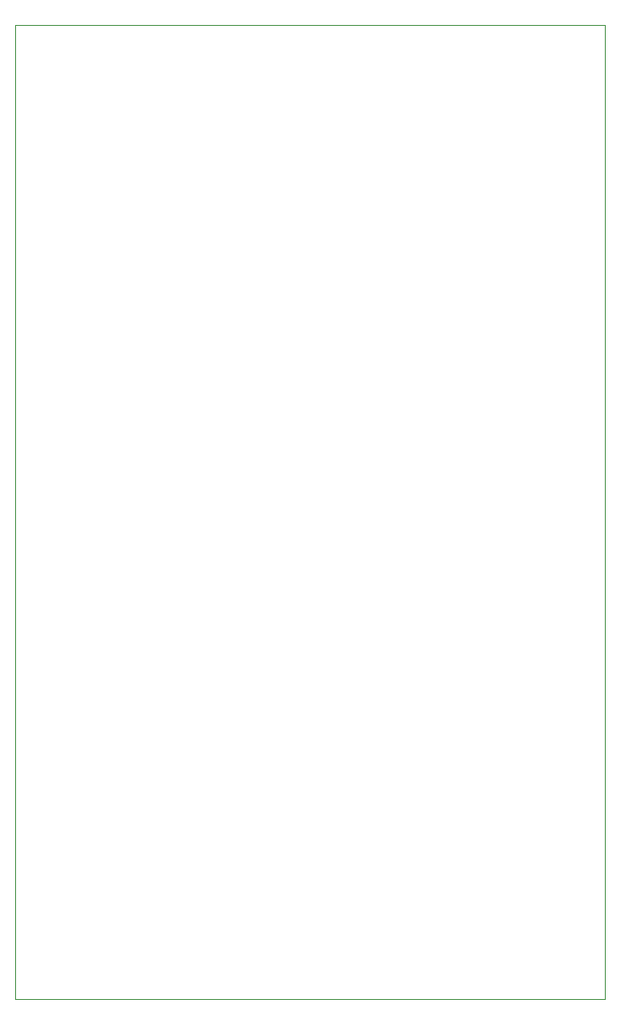
<source format=gbr>
G04 #@! TF.FileFunction,Profile,NP*
%FSLAX46Y46*%
G04 Gerber Fmt 4.6, Leading zero omitted, Abs format (unit mm)*
G04 Created by KiCad (PCBNEW 4.0.2-4+6225~38~ubuntu15.04.1-stable) date Mi 16 Mär 2016 01:27:49 CET*
%MOMM*%
G01*
G04 APERTURE LIST*
%ADD10C,0.150000*%
%ADD11C,0.100000*%
G04 APERTURE END LIST*
D10*
D11*
X0Y0D02*
X3500000Y0D01*
X0Y-92500000D02*
X0Y0D01*
X56000000Y-92500000D02*
X0Y-92500000D01*
X56000000Y0D02*
X56000000Y-92500000D01*
X55500000Y0D02*
X56000000Y0D01*
X3500000Y0D02*
X55500000Y0D01*
M02*

</source>
